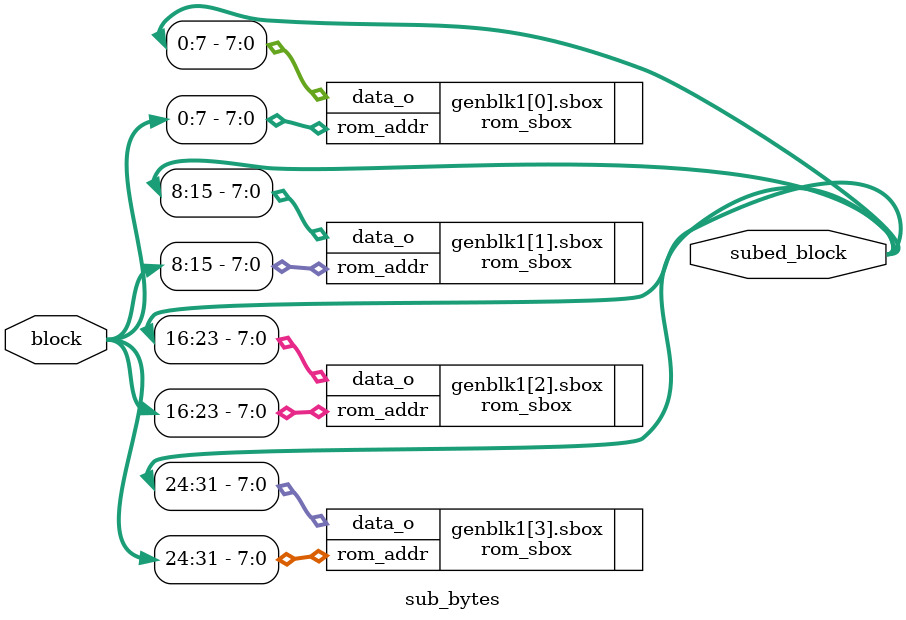
<source format=v>
`include "v/rom_sbox.v"
module sub_bytes #(parameter size = 4)(
    input [0:size*8-1] block,
    output reg [0:size*8-1] subed_block
);
    genvar i;

    generate
        for (i = 0; i < size; i = i + 1) begin
            rom_sbox sbox (.rom_addr(block[i*8 +: 8]), .data_o(subed_block[i*8 +: 8]));
        end
    endgenerate
endmodule
</source>
